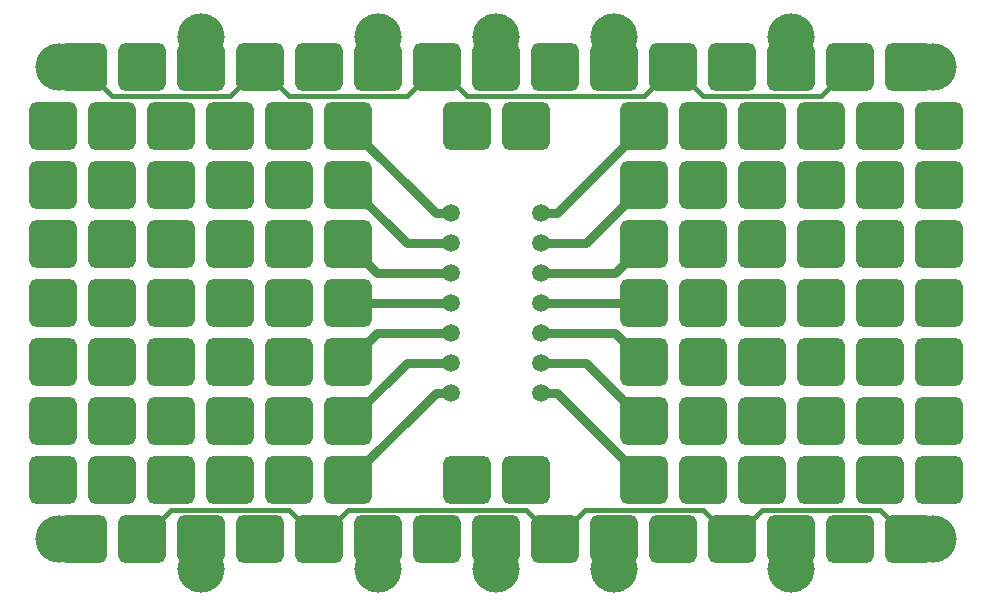
<source format=gtl>
G04*
G04 #@! TF.GenerationSoftware,Altium Limited,Altium Designer,24.6.1 (21)*
G04*
G04 Layer_Physical_Order=1*
G04 Layer_Color=255*
%FSLAX44Y44*%
%MOMM*%
G71*
G04*
G04 #@! TF.SameCoordinates,9B16286B-4A24-460F-9477-999D6B2B2959*
G04*
G04*
G04 #@! TF.FilePolarity,Positive*
G04*
G01*
G75*
%ADD17C,0.8000*%
%ADD18C,0.4500*%
G04:AMPARAMS|DCode=19|XSize=4mm|YSize=4mm|CornerRadius=0.5mm|HoleSize=0mm|Usage=FLASHONLY|Rotation=180.000|XOffset=0mm|YOffset=0mm|HoleType=Round|Shape=RoundedRectangle|*
%AMROUNDEDRECTD19*
21,1,4.0000,3.0000,0,0,180.0*
21,1,3.0000,4.0000,0,0,180.0*
1,1,1.0000,-1.5000,1.5000*
1,1,1.0000,1.5000,1.5000*
1,1,1.0000,1.5000,-1.5000*
1,1,1.0000,-1.5000,-1.5000*
%
%ADD19ROUNDEDRECTD19*%
%ADD20C,1.5000*%
%ADD21C,4.0000*%
D17*
X324200Y-199200D02*
X362000D01*
X275000Y-150000D02*
X324200Y-199200D01*
X348800Y-173800D02*
X362000D01*
X275000Y-100000D02*
X348800Y-173800D01*
X299600Y-224600D02*
X362000D01*
X275000Y-200000D02*
X299600Y-224600D01*
X275000Y-250000D02*
X362000D01*
X438200D02*
X525200D01*
X500600Y-224600D02*
X525200Y-200000D01*
X438200Y-224600D02*
X500600D01*
X451400Y-173800D02*
X525200Y-100000D01*
X438200Y-173800D02*
X451400D01*
X476000Y-199200D02*
X525200Y-150000D01*
X438200Y-199200D02*
X476000D01*
X275000Y-300000D02*
X299600Y-275400D01*
X362000D01*
X275000Y-400000D02*
X348800Y-326200D01*
X362000D01*
X275000Y-350000D02*
X324200Y-300800D01*
X362000D01*
X500600Y-275400D02*
X525200Y-300000D01*
X438200Y-275400D02*
X500600D01*
X451400Y-326200D02*
X525200Y-400000D01*
X438200Y-326200D02*
X451400D01*
X476000Y-300800D02*
X525200Y-350000D01*
X438200Y-300800D02*
X476000D01*
D18*
X600000Y-450000D02*
X625000Y-425000D01*
X575000D02*
X600000Y-450000D01*
X250000D02*
X275000Y-425000D01*
X225000D02*
X250000Y-450000D01*
X125000Y-425000D02*
X225000D01*
X100000Y-450000D02*
X125000Y-425000D01*
X450000Y-450000D02*
X475000Y-425000D01*
X725000D02*
X750000Y-450000D01*
X625000Y-425000D02*
X725000D01*
X475000D02*
X575000D01*
X425000D02*
X450000Y-450000D01*
X275000Y-425000D02*
X425000D01*
X375000Y-75000D02*
X525000D01*
X350000Y-50000D02*
X375000Y-75000D01*
X225000D02*
X325000D01*
X75000D02*
X175000D01*
X50000Y-50000D02*
X75000Y-75000D01*
X325000D02*
X350000Y-50000D01*
X675000Y-75000D02*
X700000Y-50000D01*
X575000Y-75000D02*
X675000D01*
X550000Y-50000D02*
X575000Y-75000D01*
X525000D02*
X550000Y-50000D01*
X200000D02*
X225000Y-75000D01*
X175000D02*
X200000Y-50000D01*
D19*
X425000Y-400000D02*
D03*
Y-100000D02*
D03*
X375000D02*
D03*
Y-400000D02*
D03*
X775000Y-300000D02*
D03*
Y-250000D02*
D03*
Y-200000D02*
D03*
X275000Y-350000D02*
D03*
X225000D02*
D03*
Y-150000D02*
D03*
Y-200000D02*
D03*
Y-250000D02*
D03*
X275000D02*
D03*
Y-200000D02*
D03*
Y-150000D02*
D03*
X225000Y-300000D02*
D03*
X275000D02*
D03*
X525000Y-350000D02*
D03*
Y-300000D02*
D03*
Y-250000D02*
D03*
Y-200000D02*
D03*
Y-150000D02*
D03*
X50000Y-450000D02*
D03*
X100000D02*
D03*
X150000D02*
D03*
X200000D02*
D03*
X250000D02*
D03*
X300000D02*
D03*
X400000D02*
D03*
X500000D02*
D03*
X550000D02*
D03*
X600000D02*
D03*
X650000D02*
D03*
X700000D02*
D03*
X750000D02*
D03*
X450000D02*
D03*
X350000D02*
D03*
X450000Y-50000D02*
D03*
X350000D02*
D03*
X775000Y-400000D02*
D03*
X725000D02*
D03*
X525000D02*
D03*
X675000D02*
D03*
X275000D02*
D03*
X225000D02*
D03*
X175000D02*
D03*
X125000D02*
D03*
X75000D02*
D03*
X25000D02*
D03*
X625000D02*
D03*
X575000D02*
D03*
X775000Y-350000D02*
D03*
X725000D02*
D03*
X675000D02*
D03*
X175000D02*
D03*
X125000D02*
D03*
X75000D02*
D03*
X25000D02*
D03*
X625000D02*
D03*
X575000D02*
D03*
X50000Y-50000D02*
D03*
X625000Y-150000D02*
D03*
X575000D02*
D03*
X625000Y-200000D02*
D03*
X575000D02*
D03*
X625000Y-250000D02*
D03*
X575000D02*
D03*
X175000Y-150000D02*
D03*
Y-200000D02*
D03*
Y-250000D02*
D03*
X575000Y-300000D02*
D03*
X625000D02*
D03*
X25000D02*
D03*
X75000D02*
D03*
X125000D02*
D03*
X25000Y-250000D02*
D03*
X75000D02*
D03*
X125000D02*
D03*
X25000Y-200000D02*
D03*
X75000D02*
D03*
X125000D02*
D03*
X25000Y-150000D02*
D03*
X75000D02*
D03*
X125000D02*
D03*
X100000Y-50000D02*
D03*
X150000D02*
D03*
X200000D02*
D03*
X250000D02*
D03*
X300000D02*
D03*
X400000D02*
D03*
X500000D02*
D03*
X550000D02*
D03*
X600000D02*
D03*
X650000D02*
D03*
X700000D02*
D03*
X750000D02*
D03*
X275000Y-100000D02*
D03*
X225000D02*
D03*
X175000D02*
D03*
X125000D02*
D03*
X75000D02*
D03*
X25000D02*
D03*
X175000Y-300000D02*
D03*
X675000D02*
D03*
Y-100000D02*
D03*
X625000D02*
D03*
X575000D02*
D03*
X525000D02*
D03*
X675000Y-150000D02*
D03*
Y-200000D02*
D03*
Y-250000D02*
D03*
X725000Y-200000D02*
D03*
Y-150000D02*
D03*
X775000D02*
D03*
X725000Y-100000D02*
D03*
X775000D02*
D03*
X725000Y-250000D02*
D03*
Y-300000D02*
D03*
D20*
X438300Y-326100D02*
D03*
Y-300700D02*
D03*
X438300Y-275300D02*
D03*
X362000Y-326200D02*
D03*
Y-300800D02*
D03*
X362000Y-275400D02*
D03*
X362000Y-173800D02*
D03*
X362000Y-199200D02*
D03*
X362000Y-224600D02*
D03*
Y-250000D02*
D03*
X438200Y-173800D02*
D03*
Y-199200D02*
D03*
X438200Y-224600D02*
D03*
X438200Y-250000D02*
D03*
D21*
X30000Y-450000D02*
D03*
X650000Y-475000D02*
D03*
X150000D02*
D03*
X300000D02*
D03*
X500000D02*
D03*
X400000D02*
D03*
X770000Y-450000D02*
D03*
X30000Y-50000D02*
D03*
X400000Y-25000D02*
D03*
X300000D02*
D03*
X500000D02*
D03*
X650000D02*
D03*
X150000D02*
D03*
X770000Y-50000D02*
D03*
M02*

</source>
